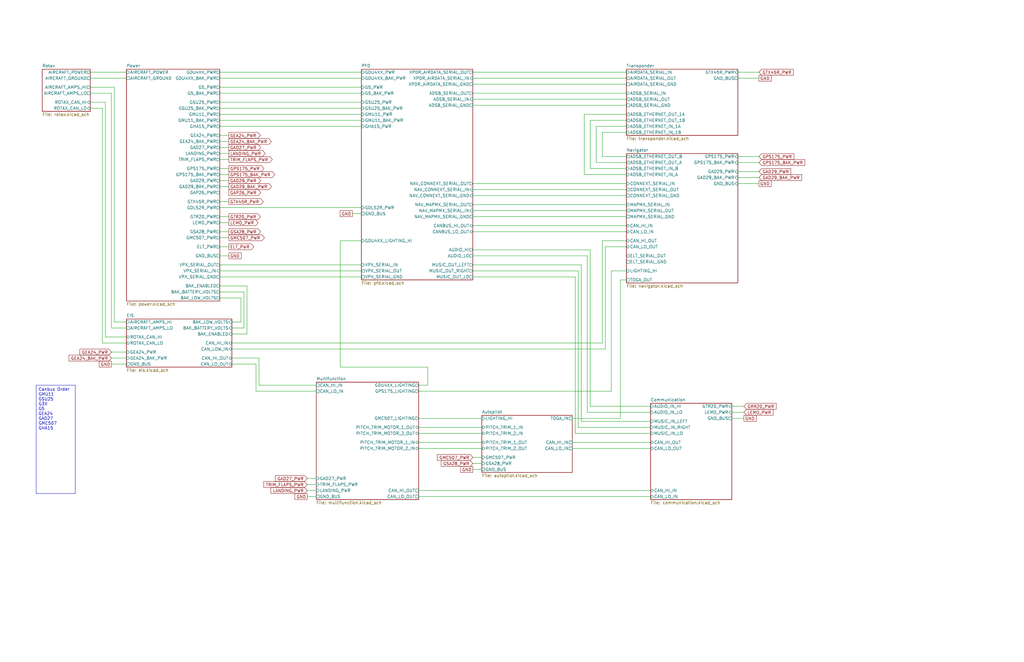
<source format=kicad_sch>
(kicad_sch (version 20230121) (generator eeschema)
  (paper "B")
  (title_block (title "Electrical Overview") (date "2024-02-02") (rev "0.1") (company "N915SN Angry Bird"))
  (lib_symbols)
  (wire (pts (xy 254 101.6) (xy 254 144.78)))
  (wire (pts (xy 199.39 44.45) (xy 264.16 44.45)))
  (wire (pts (xy 44.45 142.24) (xy 53.34 142.24)))
  (wire (pts (xy 311.15 30.48) (xy 320.04 30.48)))
  (wire (pts (xy 245.11 177.8) (xy 274.32 177.8)))
  (wire (pts (xy 176.53 182.88) (xy 203.2 182.88)))
  (wire (pts (xy 92.71 100.33) (xy 96.52 100.33)))
  (wire (pts (xy 38.1 33.02) (xy 53.34 33.02)))
  (wire (pts (xy 101.6 125.73) (xy 101.6 135.89)))
  (wire (pts (xy 92.71 53.34) (xy 152.4 53.34)))
  (wire (pts (xy 92.71 50.8) (xy 152.4 50.8)))
  (wire (pts (xy 254 66.04) (xy 264.16 66.04)))
  (wire (pts (xy 92.71 30.48) (xy 152.4 30.48)))
  (wire (pts (xy 43.18 144.78) (xy 53.34 144.78)))
  (wire (pts (xy 129.54 204.47) (xy 133.35 204.47)))
  (wire (pts (xy 242.57 116.84) (xy 242.57 182.88)))
  (wire (pts (xy 92.71 48.26) (xy 152.4 48.26)))
  (wire (pts (xy 311.15 33.02) (xy 320.04 33.02)))
  (wire (pts (xy 246.38 73.66) (xy 264.16 73.66)))
  (wire (pts (xy 38.1 39.37) (xy 46.99 39.37)))
  (wire (pts (xy 102.87 123.19) (xy 102.87 138.43)))
  (wire (pts (xy 247.65 173.99) (xy 274.32 173.99)))
  (wire (pts (xy 254 55.88) (xy 254 66.04)))
  (wire (pts (xy 109.22 162.56) (xy 133.35 162.56)))
  (wire (pts (xy 92.71 104.14) (xy 96.52 104.14)))
  (wire (pts (xy 92.71 97.79) (xy 96.52 97.79)))
  (wire (pts (xy 92.71 76.2) (xy 96.52 76.2)))
  (wire (pts (xy 92.71 43.18) (xy 152.4 43.18)))
  (wire (pts (xy 261.62 176.53) (xy 241.3 176.53)))
  (wire (pts (xy 92.71 111.76) (xy 152.4 111.76)))
  (wire (pts (xy 92.71 57.15) (xy 96.52 57.15)))
  (wire (pts (xy 48.26 36.83) (xy 48.26 135.89)))
  (wire (pts (xy 92.71 78.74) (xy 96.52 78.74)))
  (wire (pts (xy 180.34 162.56) (xy 180.34 154.94)))
  (wire (pts (xy 245.11 111.76) (xy 245.11 177.8)))
  (wire (pts (xy 311.15 77.47) (xy 320.04 77.47)))
  (wire (pts (xy 199.39 193.04) (xy 203.2 193.04)))
  (wire (pts (xy 248.92 50.8) (xy 248.92 71.12)))
  (wire (pts (xy 311.15 66.04) (xy 320.04 66.04)))
  (wire (pts (xy 199.39 86.36) (xy 264.16 86.36)))
  (wire (pts (xy 92.71 114.3) (xy 152.4 114.3)))
  (wire (pts (xy 104.14 120.65) (xy 104.14 140.97)))
  (wire (pts (xy 257.81 165.1) (xy 257.81 114.3)))
  (wire (pts (xy 255.27 147.32) (xy 97.79 147.32)))
  (wire (pts (xy 311.15 72.39) (xy 320.04 72.39)))
  (wire (pts (xy 246.38 48.26) (xy 246.38 73.66)))
  (wire (pts (xy 92.71 116.84) (xy 152.4 116.84)))
  (wire (pts (xy 261.62 118.11) (xy 261.62 176.53)))
  (wire (pts (xy 92.71 59.69) (xy 96.52 59.69)))
  (wire (pts (xy 38.1 43.18) (xy 44.45 43.18)))
  (wire (pts (xy 199.39 77.47) (xy 264.16 77.47)))
  (wire (pts (xy 199.39 39.37) (xy 264.16 39.37)))
  (wire (pts (xy 92.71 67.31) (xy 96.52 67.31)))
  (wire (pts (xy 176.53 207.01) (xy 274.32 207.01)))
  (wire (pts (xy 255.27 104.14) (xy 255.27 147.32)))
  (wire (pts (xy 176.53 165.1) (xy 257.81 165.1)))
  (wire (pts (xy 176.53 189.23) (xy 203.2 189.23)))
  (wire (pts (xy 199.39 88.9) (xy 264.16 88.9)))
  (wire (pts (xy 199.39 91.44) (xy 264.16 91.44)))
  (wire (pts (xy 311.15 74.93) (xy 320.04 74.93)))
  (wire (pts (xy 92.71 64.77) (xy 96.52 64.77)))
  (wire (pts (xy 97.79 151.13) (xy 109.22 151.13)))
  (wire (pts (xy 264.16 53.34) (xy 251.46 53.34)))
  (wire (pts (xy 199.39 198.12) (xy 203.2 198.12)))
  (wire (pts (xy 129.54 209.55) (xy 133.35 209.55)))
  (wire (pts (xy 92.71 73.66) (xy 96.52 73.66)))
  (wire (pts (xy 199.39 111.76) (xy 245.11 111.76)))
  (wire (pts (xy 242.57 182.88) (xy 274.32 182.88)))
  (wire (pts (xy 199.39 35.56) (xy 264.16 35.56)))
  (wire (pts (xy 97.79 153.67) (xy 107.95 153.67)))
  (wire (pts (xy 199.39 105.41) (xy 248.92 105.41)))
  (wire (pts (xy 101.6 135.89) (xy 97.79 135.89)))
  (wire (pts (xy 107.95 165.1) (xy 133.35 165.1)))
  (wire (pts (xy 241.3 189.23) (xy 274.32 189.23)))
  (wire (pts (xy 248.92 171.45) (xy 274.32 171.45)))
  (wire (pts (xy 46.99 153.67) (xy 53.34 153.67)))
  (wire (pts (xy 243.84 180.34) (xy 274.32 180.34)))
  (wire (pts (xy 129.54 207.01) (xy 133.35 207.01)))
  (wire (pts (xy 92.71 62.23) (xy 96.52 62.23)))
  (wire (pts (xy 92.71 123.19) (xy 102.87 123.19)))
  (wire (pts (xy 264.16 48.26) (xy 246.38 48.26)))
  (wire (pts (xy 248.92 71.12) (xy 264.16 71.12)))
  (wire (pts (xy 199.39 80.01) (xy 264.16 80.01)))
  (wire (pts (xy 251.46 68.58) (xy 264.16 68.58)))
  (wire (pts (xy 109.22 151.13) (xy 109.22 162.56)))
  (wire (pts (xy 248.92 105.41) (xy 248.92 171.45)))
  (wire (pts (xy 46.99 39.37) (xy 46.99 138.43)))
  (wire (pts (xy 247.65 107.95) (xy 247.65 173.99)))
  (wire (pts (xy 92.71 91.44) (xy 96.52 91.44)))
  (wire (pts (xy 264.16 55.88) (xy 254 55.88)))
  (wire (pts (xy 176.53 176.53) (xy 203.2 176.53)))
  (wire (pts (xy 311.15 68.58) (xy 320.04 68.58)))
  (wire (pts (xy 176.53 209.55) (xy 274.32 209.55)))
  (wire (pts (xy 44.45 43.18) (xy 44.45 142.24)))
  (wire (pts (xy 199.39 107.95) (xy 247.65 107.95)))
  (wire (pts (xy 264.16 104.14) (xy 255.27 104.14)))
  (wire (pts (xy 92.71 120.65) (xy 104.14 120.65)))
  (wire (pts (xy 199.39 114.3) (xy 243.84 114.3)))
  (wire (pts (xy 241.3 186.69) (xy 274.32 186.69)))
  (wire (pts (xy 92.71 107.95) (xy 96.52 107.95)))
  (wire (pts (xy 43.18 45.72) (xy 43.18 144.78)))
  (wire (pts (xy 176.53 180.34) (xy 203.2 180.34)))
  (wire (pts (xy 38.1 45.72) (xy 43.18 45.72)))
  (wire (pts (xy 257.81 114.3) (xy 264.16 114.3)))
  (wire (pts (xy 251.46 53.34) (xy 251.46 68.58)))
  (wire (pts (xy 92.71 36.83) (xy 152.4 36.83)))
  (wire (pts (xy 180.34 154.94) (xy 143.51 154.94)))
  (wire (pts (xy 38.1 36.83) (xy 48.26 36.83)))
  (wire (pts (xy 92.71 87.63) (xy 152.4 87.63)))
  (wire (pts (xy 92.71 71.12) (xy 96.52 71.12)))
  (wire (pts (xy 199.39 195.58) (xy 203.2 195.58)))
  (wire (pts (xy 199.39 82.55) (xy 264.16 82.55)))
  (wire (pts (xy 97.79 140.97) (xy 104.14 140.97)))
  (wire (pts (xy 243.84 114.3) (xy 243.84 180.34)))
  (wire (pts (xy 308.61 171.45) (xy 313.69 171.45)))
  (wire (pts (xy 199.39 30.48) (xy 264.16 30.48)))
  (wire (pts (xy 92.71 93.98) (xy 96.52 93.98)))
  (wire (pts (xy 264.16 50.8) (xy 248.92 50.8)))
  (wire (pts (xy 46.99 138.43) (xy 53.34 138.43)))
  (wire (pts (xy 92.71 125.73) (xy 101.6 125.73)))
  (wire (pts (xy 129.54 201.93) (xy 133.35 201.93)))
  (wire (pts (xy 199.39 97.79) (xy 264.16 97.79)))
  (wire (pts (xy 176.53 186.69) (xy 203.2 186.69)))
  (wire (pts (xy 92.71 45.72) (xy 152.4 45.72)))
  (wire (pts (xy 92.71 39.37) (xy 152.4 39.37)))
  (wire (pts (xy 92.71 33.02) (xy 152.4 33.02)))
  (wire (pts (xy 143.51 154.94) (xy 143.51 101.6)))
  (wire (pts (xy 107.95 153.67) (xy 107.95 165.1)))
  (wire (pts (xy 308.61 176.53) (xy 313.69 176.53)))
  (wire (pts (xy 46.99 148.59) (xy 53.34 148.59)))
  (wire (pts (xy 48.26 135.89) (xy 53.34 135.89)))
  (wire (pts (xy 254 144.78) (xy 97.79 144.78)))
  (wire (pts (xy 92.71 85.09) (xy 96.52 85.09)))
  (wire (pts (xy 143.51 101.6) (xy 152.4 101.6)))
  (wire (pts (xy 38.1 30.48) (xy 53.34 30.48)))
  (wire (pts (xy 264.16 118.11) (xy 261.62 118.11)))
  (wire (pts (xy 199.39 95.25) (xy 264.16 95.25)))
  (wire (pts (xy 148.59 90.17) (xy 152.4 90.17)))
  (wire (pts (xy 97.79 138.43) (xy 102.87 138.43)))
  (wire (pts (xy 264.16 101.6) (xy 254 101.6)))
  (wire (pts (xy 176.53 162.56) (xy 180.34 162.56)))
  (wire (pts (xy 199.39 41.91) (xy 264.16 41.91)))
  (wire (pts (xy 199.39 116.84) (xy 242.57 116.84)))
  (wire (pts (xy 46.99 151.13) (xy 53.34 151.13)))
  (wire (pts (xy 199.39 33.02) (xy 264.16 33.02)))
  (wire (pts (xy 308.61 173.99) (xy 313.69 173.99)))
  (text_box "Canbus Order\nGMU11\nGSU25\nG3X\nG5\nGEA24\nGAD27\nGMC507\nGHA15\n" (at 15.24 162.56 0) (size 16.51 45.72) (effects (font (size 1.27 1.27)) (justify left top)))
  (global_label "GAD29_PWR" (shape output) (at 96.52 76.2 0) (property "Intersheetrefs" "${INTERSHEET_REFS}" (effects hide)))
  (global_label "ELT_PWR" (shape output) (at 96.52 104.14 0) (property "Intersheetrefs" "${INTERSHEET_REFS}" (effects hide)))
  (global_label "TRIM_FLAPS_PWR" (shape output) (at 96.52 67.31 0) (property "Intersheetrefs" "${INTERSHEET_REFS}" (effects hide)))
  (global_label "GND" (shape passive) (at 129.54 209.55 180) (property "Intersheetrefs" "${INTERSHEET_REFS}" (effects hide)))
  (global_label "GAD29_PWR" (shape input) (at 320.04 72.39 0) (property "Intersheetrefs" "${INTERSHEET_REFS}" (effects hide)))
  (global_label "GND" (shape passive) (at 320.04 77.47 0) (property "Intersheetrefs" "${INTERSHEET_REFS}" (effects hide)))
  (global_label "GEA24_PWR" (shape input) (at 46.99 148.59 180) (property "Intersheetrefs" "${INTERSHEET_REFS}" (effects hide)))
  (global_label "LANDING_PWR" (shape output) (at 96.52 64.77 0) (property "Intersheetrefs" "${INTERSHEET_REFS}" (effects hide)))
  (global_label "GND" (shape passive) (at 96.52 107.95 0) (property "Intersheetrefs" "${INTERSHEET_REFS}" (effects hide)))
  (global_label "GAD29_BAK_PWR" (shape output) (at 96.52 78.74 0) (property "Intersheetrefs" "${INTERSHEET_REFS}" (effects hide)))
  (global_label "GND" (shape passive) (at 46.99 153.67 180) (property "Intersheetrefs" "${INTERSHEET_REFS}" (effects hide)))
  (global_label "GPS175_BAK_PWR" (shape input) (at 320.04 68.58 0) (property "Intersheetrefs" "${INTERSHEET_REFS}" (effects hide)))
  (global_label "GSA28_PWR" (shape output) (at 96.52 97.79 0) (property "Intersheetrefs" "${INTERSHEET_REFS}" (effects hide)))
  (global_label "GEA24_PWR" (shape output) (at 96.52 57.15 0) (property "Intersheetrefs" "${INTERSHEET_REFS}" (effects hide)))
  (global_label "LANDING_PWR" (shape input) (at 129.54 207.01 180) (property "Intersheetrefs" "${INTERSHEET_REFS}" (effects hide)))
  (global_label "GTX45R_PWR" (shape input) (at 320.04 30.48 0) (property "Intersheetrefs" "${INTERSHEET_REFS}" (effects hide)))
  (global_label "GAD27_PWR" (shape output) (at 96.52 62.23 0) (property "Intersheetrefs" "${INTERSHEET_REFS}" (effects hide)))
  (global_label "LEMO_PWR" (shape output) (at 96.52 93.98 0) (property "Intersheetrefs" "${INTERSHEET_REFS}" (effects hide)))
  (global_label "GND" (shape passive) (at 148.59 90.17 180) (property "Intersheetrefs" "${INTERSHEET_REFS}" (effects hide)))
  (global_label "GPS175_PWR" (shape input) (at 320.04 66.04 0) (property "Intersheetrefs" "${INTERSHEET_REFS}" (effects hide)))
  (global_label "GTR20_PWR" (shape output) (at 96.52 91.44 0) (property "Intersheetrefs" "${INTERSHEET_REFS}" (effects hide)))
  (global_label "GSA28_PWR" (shape input) (at 199.39 195.58 180) (property "Intersheetrefs" "${INTERSHEET_REFS}" (effects hide)))
  (global_label "GND" (shape passive) (at 199.39 198.12 180) (property "Intersheetrefs" "${INTERSHEET_REFS}" (effects hide)))
  (global_label "GPS175_PWR" (shape output) (at 96.52 71.12 0) (property "Intersheetrefs" "${INTERSHEET_REFS}" (effects hide)))
  (global_label "GND" (shape passive) (at 313.69 176.53 0) (property "Intersheetrefs" "${INTERSHEET_REFS}" (effects hide)))
  (global_label "GTX45R_PWR" (shape output) (at 96.52 85.09 0) (property "Intersheetrefs" "${INTERSHEET_REFS}" (effects hide)))
  (global_label "GND" (shape passive) (at 320.04 33.02 0) (property "Intersheetrefs" "${INTERSHEET_REFS}" (effects hide)))
  (global_label "GEA24_BAK_PWR" (shape output) (at 96.52 59.69 0) (property "Intersheetrefs" "${INTERSHEET_REFS}" (effects hide)))
  (global_label "GAP26_PWR" (shape output) (at 96.52 81.28 0) (property "Intersheetrefs" "${INTERSHEET_REFS}" (effects hide)))
  (global_label "GMC507_PWR" (shape input) (at 199.39 193.04 180) (property "Intersheetrefs" "${INTERSHEET_REFS}" (effects hide)))
  (global_label "GMC507_PWR" (shape output) (at 96.52 100.33 0) (property "Intersheetrefs" "${INTERSHEET_REFS}" (effects hide)))
  (global_label "GEA24_BAK_PWR" (shape input) (at 46.99 151.13 180) (property "Intersheetrefs" "${INTERSHEET_REFS}" (effects hide)))
  (global_label "GRR20_PWR" (shape input) (at 313.69 171.45 0) (property "Intersheetrefs" "${INTERSHEET_REFS}" (effects hide)))
  (global_label "TRIM_FLAPS_PWR" (shape input) (at 129.54 204.47 180) (property "Intersheetrefs" "${INTERSHEET_REFS}" (effects hide)))
  (global_label "GAD27_PWR" (shape input) (at 129.54 201.93 180) (property "Intersheetrefs" "${INTERSHEET_REFS}" (effects hide)))
  (global_label "GAD29_BAK_PWR" (shape input) (at 320.04 74.93 0) (property "Intersheetrefs" "${INTERSHEET_REFS}" (effects hide)))
  (global_label "GPS175_BAK_PWR" (shape output) (at 96.52 73.66 0) (property "Intersheetrefs" "${INTERSHEET_REFS}" (effects hide)))
  (global_label "LEMO_PWR" (shape input) (at 313.69 173.99 0) (property "Intersheetrefs" "${INTERSHEET_REFS}" (effects hide)))
  (sheet (at 53.34 29.21) (size 39.37 97.79) (stroke (width 0.1524))
    (property "Sheetname" "Power" (at 53.34 28.4984 0) (effects (justify left bottom)))
    (property "Sheetfile" "power.kicad_sch" (at 53.34 127.5846 0) (effects (justify left top)))
    (pin "GND_BUS" passive (at 92.71 107.95 0))
    (pin "GDL52R_PWR" output (at 92.71 87.63 0))
    (pin "GTX45R_PWR" output (at 92.71 85.09 0))
    (pin "GAD29_PWR" output (at 92.71 76.2 0))
    (pin "GPS175_PWR" output (at 92.71 71.12 0))
    (pin "GMU11_PWR" output (at 92.71 48.26 0))
    (pin "GSU25_PWR" output (at 92.71 43.18 0))
    (pin "GHA15_PWR" output (at 92.71 53.34 0))
    (pin "ELT_PWR" output (at 92.71 104.14 0))
    (pin "GEA24_BAK_PWR" output (at 92.71 59.69 0))
    (pin "GSU25_BAK_PWR" output (at 92.71 45.72 0))
    (pin "GDU4XX_BAK_PWR" output (at 92.71 33.02 0))
    (pin "GMU11_BAK_PWR" output (at 92.71 50.8 0))
    (pin "G5_BAK_PWR" output (at 92.71 39.37 0))
    (pin "GAD29_BAK_PWR" output (at 92.71 78.74 0))
    (pin "GPS175_BAK_PWR" output (at 92.71 73.66 0))
    (pin "AIRCRAFT_POWER" input (at 53.34 30.48 180))
    (pin "AIRCRAFT_GROUND" passive (at 53.34 33.02 180))
    (pin "GAP26_PWR" output (at 92.71 81.28 0))
    (pin "GDU4XX_PWR" output (at 92.71 30.48 0))
    (pin "GTR20_PWR" output (at 92.71 91.44 0))
    (pin "LEMO_PWR" output (at 92.71 93.98 0))
    (pin "G5_PWR" output (at 92.71 36.83 0))
    (pin "LANDING_PWR" output (at 92.71 64.77 0))
    (pin "TRIM_FLAPS_PWR" output (at 92.71 67.31 0))
    (pin "BAK_BATTERY_VOLTS" output (at 92.71 123.19 0))
    (pin "BAK_ENABLED" output (at 92.71 120.65 0))
    (pin "BAK_LOW_VOLTS" output (at 92.71 125.73 0))
    (pin "GMC507_PWR" output (at 92.71 100.33 0))
    (pin "GSA28_PWR" output (at 92.71 97.79 0))
    (pin "VPX_SERIAL_IN" input (at 92.71 114.3 0))
    (pin "VPX_SERIAL_GND" passive (at 92.71 116.84 0))
    (pin "VPX_SERIAL_OUT" output (at 92.71 111.76 0))
    (pin "GEA24_PWR" output (at 92.71 57.15 0))
    (pin "GAD27_PWR" output (at 92.71 62.23 0))
  )
  (sheet (at 17.78 29.21) (size 20.32 17.78) (stroke (width 0.1524))
    (property "Sheetname" "Rotax" (at 17.78 28.4984 0) (effects (justify left bottom)))
    (property "Sheetfile" "rotax.kicad_sch" (at 17.78 47.5746 0) (effects (justify left top)))
    (pin "AIRCRAFT_POWER" output (at 38.1 30.48 0))
    (pin "AIRCRAFT_GROUND" passive (at 38.1 33.02 0))
    (pin "AIRCRAFT_AMPS_HI" output (at 38.1 36.83 0))
    (pin "AIRCRAFT_AMPS_LO" passive (at 38.1 39.37 0))
    (pin "ROTAX_CAN_LO" bidirectional (at 38.1 45.72 0))
    (pin "ROTAX_CAN_HI" bidirectional (at 38.1 43.18 0))
  )
  (sheet (at 264.16 29.21) (size 46.99 27.94) (stroke (width 0.1524))
    (property "Sheetname" "Transponder" (at 264.16 28.4984 0) (effects (justify left bottom)))
    (property "Sheetfile" "transponder.kicad_sch" (at 264.16 57.7346 0) (effects (justify left top)))
    (pin "AIRDATA_SERIAL_OUT" output (at 264.16 33.02 180))
    (pin "AIRDATA_SERIAL_IN" input (at 264.16 30.48 180))
    (pin "AIRDATA_SERIAL_GND" passive (at 264.16 35.56 180))
    (pin "ADSB_SERIAL_OUT" output (at 264.16 41.91 180))
    (pin "ADSB_SERIAL_IN" input (at 264.16 39.37 180))
    (pin "ADSB_ETHERNET_OUT_1A" output (at 264.16 48.26 180))
    (pin "ADSB_ETHERNET_OUT_1B" output (at 264.16 50.8 180))
    (pin "ADSB_ETHERNET_IN_1A" input (at 264.16 53.34 180))
    (pin "ADSB_ETHERNET_IN_1B" input (at 264.16 55.88 180))
    (pin "ADSB_SERIAL_GND" passive (at 264.16 44.45 180))
    (pin "GTX45R_PWR" input (at 311.15 30.48 0))
    (pin "GND_BUS" passive (at 311.15 33.02 0))
  )
  (sheet (at 152.4 29.21) (size 46.99 88.9) (stroke (width 0.1524))
    (property "Sheetname" "PFD" (at 152.4 28.4984 0) (effects (justify left bottom)))
    (property "Sheetfile" "pfd.kicad_sch" (at 152.4 118.6946 0) (effects (justify left top)))
    (pin "GND_BUS" passive (at 152.4 90.17 180))
    (pin "CANBUS_LO_OUT" bidirectional (at 199.39 97.79 0))
    (pin "CANBUS_HI_OUT" bidirectional (at 199.39 95.25 0))
    (pin "GDU4XX_LIGHTING_HI" input (at 152.4 101.6 180))
    (pin "GDU4XX_BAK_PWR" input (at 152.4 33.02 180))
    (pin "GDU4XX_PWR" input (at 152.4 30.48 180))
    (pin "GSU25_PWR" input (at 152.4 43.18 180))
    (pin "XPDR_AIRDATA_SERIAL_GND" passive (at 199.39 35.56 0))
    (pin "XPDR_AIRDATA_SERIAL_IN" input (at 199.39 33.02 0))
    (pin "GMU11_BAK_PWR" input (at 152.4 50.8 180))
    (pin "GMU11_PWR" input (at 152.4 48.26 180))
    (pin "GSU25_BAK_PWR" input (at 152.4 45.72 180))
    (pin "XPDR_AIRDATA_SERIAL_OUT" output (at 199.39 30.48 0))
    (pin "NAV_MAPMX_SERIAL_OUT" output (at 199.39 86.36 0))
    (pin "NAV_MAPMX_SERIAL_IN" input (at 199.39 88.9 0))
    (pin "NAV_CONNEXT_SERIAL_IN" input (at 199.39 80.01 0))
    (pin "VPX_SERIAL_GND" passive (at 152.4 116.84 180))
    (pin "NAV_CONNEXT_SERIAL_GND" input (at 199.39 82.55 0))
    (pin "VPX_SERIAL_OUT" output (at 152.4 114.3 180))
    (pin "VPX_SERIAL_IN" input (at 152.4 111.76 180))
    (pin "NAV_MAPMX_SERIAL_GND" passive (at 199.39 91.44 0))
    (pin "NAV_CONNEXT_SERIAL_OUT" output (at 199.39 77.47 0))
    (pin "AUDIO_LO" passive (at 199.39 107.95 0))
    (pin "AUDIO_HI" output (at 199.39 105.41 0))
    (pin "G5_BAK_PWR" input (at 152.4 39.37 180))
    (pin "G5_PWR" input (at 152.4 36.83 180))
    (pin "GHA15_PWR" input (at 152.4 53.34 180))
    (pin "GDL52R_PWR" input (at 152.4 87.63 180))
    (pin "MUSIC_OUT_LEFT" output (at 199.39 111.76 0))
    (pin "MUSIC_OUT_RIGHT" output (at 199.39 114.3 0))
    (pin "MUSIC_OUT_LO" passive (at 199.39 116.84 0))
    (pin "ADSB_SERIAL_IN" input (at 199.39 41.91 0))
    (pin "ADSB_SERIAL_GND" passive (at 199.39 44.45 0))
    (pin "ADSB_SERIAL_OUT" output (at 199.39 39.37 0))
  )
  (sheet (at 133.35 161.29) (size 43.18 49.53) (stroke (width 0.1524))
    (property "Sheetname" "Multifunction" (at 133.35 160.5784 0) (effects (justify left bottom)))
    (property "Sheetfile" "multifunction.kicad_sch" (at 133.35 211.4046 0) (effects (justify left top)))
    (pin "PITCH_TRIM_MOTOR_2_OUT" bidirectional (at 176.53 182.88 0))
    (pin "LANDING_PWR" input (at 133.35 207.01 180))
    (pin "PITCH_TRIM_MOTOR_1_OUT" bidirectional (at 176.53 180.34 0))
    (pin "PITCH_TRIM_MOTOR_1_IN" bidirectional (at 176.53 186.69 0))
    (pin "PITCH_TRIM_MOTOR_2_IN" bidirectional (at 176.53 189.23 0))
    (pin "GAD27_PWR" input (at 133.35 201.93 180))
    (pin "CAN_LO_OUT" passive (at 176.53 209.55 0))
    (pin "CAN_HI_IN" passive (at 133.35 162.56 180))
    (pin "CAN_HI_OUT" passive (at 176.53 207.01 0))
    (pin "CAN_LO_IN" passive (at 133.35 165.1 180))
    (pin "GND_BUS" passive (at 133.35 209.55 180))
    (pin "TRIM_FLAPS_PWR" input (at 133.35 204.47 180))
    (pin "GDU4XX_LIGHTING" output (at 176.53 162.56 0))
    (pin "GMC507_LIGHTING" output (at 176.53 176.53 0))
    (pin "GPS175_LIGHTING" output (at 176.53 165.1 0))
  )
  (sheet (at 53.34 134.62) (size 44.45 20.32) (stroke (width 0.1524))
    (property "Sheetname" "EIS" (at 53.34 133.9084 0) (effects (justify left bottom)))
    (property "Sheetfile" "eis.kicad_sch" (at 53.34 155.5246 0) (effects (justify left top)))
    (pin "GEA24_PWR" input (at 53.34 148.59 180))
    (pin "GEA24_BAK_PWR" input (at 53.34 151.13 180))
    (pin "GND_BUS" passive (at 53.34 153.67 180))
    (pin "ROTAX_CAN_HI" bidirectional (at 53.34 142.24 180))
    (pin "ROTAX_CAN_LO" bidirectional (at 53.34 144.78 180))
    (pin "CAN_HI_OUT" bidirectional (at 97.79 151.13 0))
    (pin "CAN_LOW_IN" bidirectional (at 97.79 147.32 0))
    (pin "CAN_HI_IN" bidirectional (at 97.79 144.78 0))
    (pin "CAN_LO_OUT" bidirectional (at 97.79 153.67 0))
    (pin "AIRCRAFT_AMPS_HI" input (at 53.34 135.89 180))
    (pin "AIRCRAFT_AMPS_LO" passive (at 53.34 138.43 180))
    (pin "BAK_ENABLED" input (at 97.79 140.97 0))
    (pin "BAK_BATTERY_VOLTS" input (at 97.79 138.43 0))
    (pin "BAK_LOW_VOLTS" input (at 97.79 135.89 0))
  )
  (sheet (at 264.16 64.77) (size 46.99 54.61) (stroke (width 0.1524))
    (property "Sheetname" "Navigator" (at 264.16 64.0584 0) (effects (justify left bottom)))
    (property "Sheetfile" "navigator.kicad_sch" (at 264.16 119.9646 0) (effects (justify left top)))
    (pin "ADSB_ETHERNET_IN_A" input (at 264.16 73.66 180))
    (pin "ADSB_ETHERNET_IN_B" input (at 264.16 71.12 180))
    (pin "ADSB_ETHERNET_OUT_A" output (at 264.16 68.58 180))
    (pin "ADSB_ETHERNET_OUT_B" output (at 264.16 66.04 180))
    (pin "LIGHTING_HI" input (at 264.16 114.3 180))
    (pin "GND_BUS" input (at 311.15 77.47 0))
    (pin "GAD29_PWR" input (at 311.15 72.39 0))
    (pin "GAD29_BAK_PWR" input (at 311.15 74.93 0))
    (pin "GPS175_PWR" input (at 311.15 66.04 0))
    (pin "GPS175_BAK_PWR" input (at 311.15 68.58 0))
    (pin "CAN_LO_IN" bidirectional (at 264.16 97.79 180))
    (pin "CAN_HI_IN" bidirectional (at 264.16 95.25 180))
    (pin "CAN_HI_OUT" bidirectional (at 264.16 101.6 180))
    (pin "CAN_LO_OUT" bidirectional (at 264.16 104.14 180))
    (pin "CONNEXT_SERIAL_OUT" output (at 264.16 80.01 180))
    (pin "MAPMX_SERIAL_IN" input (at 264.16 86.36 180))
    (pin "MAPMX_SERIAL_GND" passive (at 264.16 91.44 180))
    (pin "MAPMX_SERIAL_OUT" output (at 264.16 88.9 180))
    (pin "CONNEXT_SERIAL_GND" passive (at 264.16 82.55 180))
    (pin "CONNEXT_SERIAL_IN" input (at 264.16 77.47 180))
    (pin "ELT_SERIAL_OUT" output (at 264.16 107.95 180))
    (pin "ELT_SERIAL_GND" passive (at 264.16 110.49 180))
    (pin "TOGA_OUT" passive (at 264.16 118.11 180))
  )
  (sheet (at 203.2 175.26) (size 38.1 24.13) (stroke (width 0.1524))
    (property "Sheetname" "Autopilot" (at 203.2 174.5484 0) (effects (justify left bottom)))
    (property "Sheetfile" "autopilot.kicad_sch" (at 203.2 199.9746 0) (effects (justify left top)))
    (pin "GMC507_PWR" input (at 203.2 193.04 180))
    (pin "PITCH_TRIM_1_OUT" bidirectional (at 203.2 186.69 180))
    (pin "PITCH_TRIM_2_IN" bidirectional (at 203.2 182.88 180))
    (pin "PITCH_TRIM_1_IN" bidirectional (at 203.2 180.34 180))
    (pin "PITCH_TRIM_2_OUT" bidirectional (at 203.2 189.23 180))
    (pin "CAN_HI_IN" passive (at 241.3 186.69 0))
    (pin "CAN_LO_IN" passive (at 241.3 189.23 0))
    (pin "LIGHTING_HI" input (at 203.2 176.53 180))
    (pin "TOGA_IN" passive (at 241.3 176.53 0))
    (pin "GND_BUS" passive (at 203.2 198.12 180))
    (pin "GSA28_PWR" input (at 203.2 195.58 180))
  )
  (sheet (at 274.32 170.18) (size 34.29 40.64) (stroke (width 0.1524))
    (property "Sheetname" "Communication" (at 274.32 169.4684 0) (effects (justify left bottom)))
    (property "Sheetfile" "communication.kicad_sch" (at 274.32 211.4046 0) (effects (justify left top)))
    (pin "AUDIO_IN_HI" input (at 274.32 171.45 180))
    (pin "CAN_LO_IN" bidirectional (at 274.32 209.55 180))
    (pin "CAN_LO_OUT" bidirectional (at 274.32 189.23 180))
    (pin "CAN_HI_OUT" bidirectional (at 274.32 186.69 180))
    (pin "CAN_HI_IN" bidirectional (at 274.32 207.01 180))
    (pin "GTR20_PWR" input (at 308.61 171.45 0))
    (pin "GND_BUS" passive (at 308.61 176.53 0))
    (pin "MUSIC_IN_LO" input (at 274.32 182.88 180))
    (pin "AUDIO_IN_LO" input (at 274.32 173.99 180))
    (pin "MUSIC_IN_LEFT" input (at 274.32 177.8 180))
    (pin "MUSIC_IN_RIGHT" input (at 274.32 180.34 180))
    (pin "LEMO_PWR" input (at 308.61 173.99 0))
  )
)
</source>
